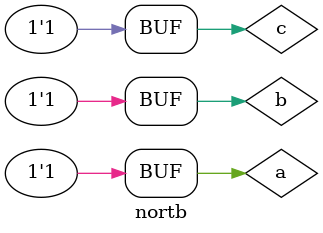
<source format=v>
`include"nor.v"
module nortb;
reg a,b,c;
wire f3,f4;
NOR uut (.a(a),.b(b),.c(c),.f3(f3),.f4(f4));
initial begin
    $dumpfile("nortb.vcd");
    $dumpvars(0,nortb);
end
initial begin
a=0; b=0; c=0;
#200 
a=0; b=0; c=1;
#200 
a=0; b=1; c=0;
#200 
a=0; b=1; c=1;
#200 
a=1; b=0; c=0;
#200 
a=1; b=0; c=1;
#200 
a=1; b=1; c=0;
#200 
a=1; b=1; c=1;
end
initial begin
$monitor("a=%d,b=%d,c=%d,f3=%d,f4=%d",a,b,c,f3,f4);
end
endmodule
</source>
